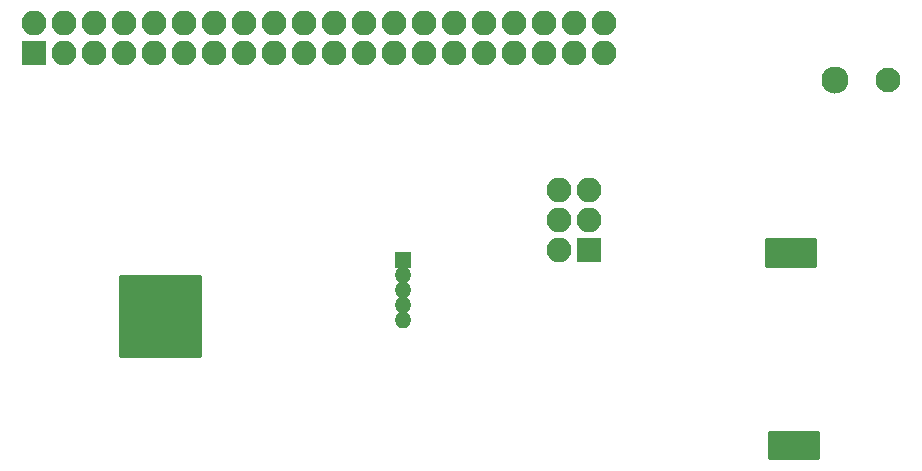
<source format=gbs>
G04 #@! TF.FileFunction,Soldermask,Bot*
%FSLAX46Y46*%
G04 Gerber Fmt 4.6, Leading zero omitted, Abs format (unit mm)*
G04 Created by KiCad (PCBNEW 4.0.7-e2-6376~58~ubuntu17.04.1) date Thu May 31 18:31:02 2018*
%MOMM*%
%LPD*%
G01*
G04 APERTURE LIST*
%ADD10C,0.100000*%
%ADD11C,2.100000*%
%ADD12C,2.300000*%
%ADD13R,2.100000X2.100000*%
%ADD14O,2.100000X2.100000*%
%ADD15R,1.400000X1.400000*%
%ADD16O,1.400000X1.400000*%
%ADD17C,0.254000*%
G04 APERTURE END LIST*
D10*
D11*
X182650000Y-75015000D03*
D12*
X178150000Y-75015000D03*
D13*
X110387000Y-72768000D03*
D14*
X110387000Y-70228000D03*
X112927000Y-72768000D03*
X112927000Y-70228000D03*
X115467000Y-72768000D03*
X115467000Y-70228000D03*
X118007000Y-72768000D03*
X118007000Y-70228000D03*
X120547000Y-72768000D03*
X120547000Y-70228000D03*
X123087000Y-72768000D03*
X123087000Y-70228000D03*
X125627000Y-72768000D03*
X125627000Y-70228000D03*
X128167000Y-72768000D03*
X128167000Y-70228000D03*
X130707000Y-72768000D03*
X130707000Y-70228000D03*
X133247000Y-72768000D03*
X133247000Y-70228000D03*
X135787000Y-72768000D03*
X135787000Y-70228000D03*
X138327000Y-72768000D03*
X138327000Y-70228000D03*
X140867000Y-72768000D03*
X140867000Y-70228000D03*
X143407000Y-72768000D03*
X143407000Y-70228000D03*
X145947000Y-72768000D03*
X145947000Y-70228000D03*
X148487000Y-72768000D03*
X148487000Y-70228000D03*
X151027000Y-72768000D03*
X151027000Y-70228000D03*
X153567000Y-72768000D03*
X153567000Y-70228000D03*
X156107000Y-72768000D03*
X156107000Y-70228000D03*
X158647000Y-72768000D03*
X158647000Y-70228000D03*
D15*
X141629000Y-90294000D03*
D16*
X141629000Y-91564000D03*
X141629000Y-92834000D03*
X141629000Y-94104000D03*
X141629000Y-95374000D03*
D13*
X157377000Y-89405000D03*
D14*
X154837000Y-89405000D03*
X157377000Y-86865000D03*
X154837000Y-86865000D03*
X157377000Y-84325000D03*
X154837000Y-84325000D03*
D17*
G36*
X124373000Y-98373000D02*
X117627000Y-98373000D01*
X117627000Y-91627000D01*
X124373000Y-91627000D01*
X124373000Y-98373000D01*
X124373000Y-98373000D01*
G37*
X124373000Y-98373000D02*
X117627000Y-98373000D01*
X117627000Y-91627000D01*
X124373000Y-91627000D01*
X124373000Y-98373000D01*
G36*
X176473000Y-90773000D02*
X172327000Y-90773000D01*
X172327000Y-88527000D01*
X176473000Y-88527000D01*
X176473000Y-90773000D01*
X176473000Y-90773000D01*
G37*
X176473000Y-90773000D02*
X172327000Y-90773000D01*
X172327000Y-88527000D01*
X176473000Y-88527000D01*
X176473000Y-90773000D01*
G36*
X176702059Y-107073000D02*
X172556059Y-107073000D01*
X172556059Y-104827000D01*
X176702059Y-104827000D01*
X176702059Y-107073000D01*
X176702059Y-107073000D01*
G37*
X176702059Y-107073000D02*
X172556059Y-107073000D01*
X172556059Y-104827000D01*
X176702059Y-104827000D01*
X176702059Y-107073000D01*
M02*

</source>
